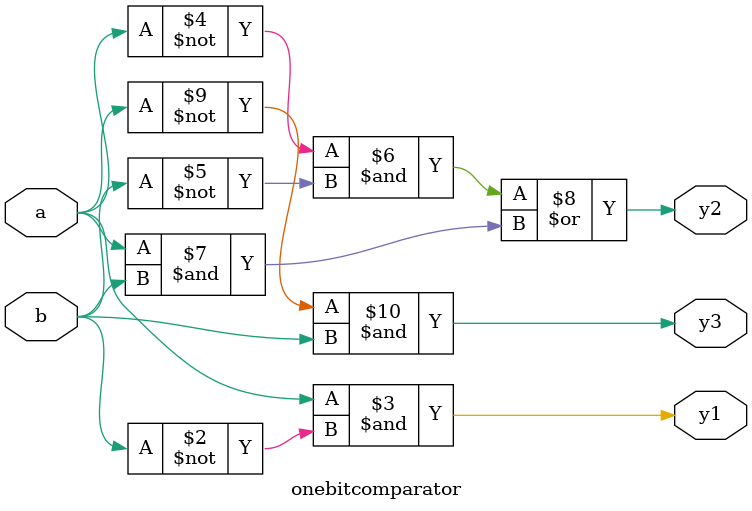
<source format=v>
`timescale 1ns / 1ps


module onebitcomparator(y1,y2,y3,a,b);
output reg y1,y2,y3;
input a,b;
always @ *
begin
y1=a&~b;//A>B
y2=~a&~b|a&b;//A=B
y3=~a&b;//A<B
end

endmodule

</source>
